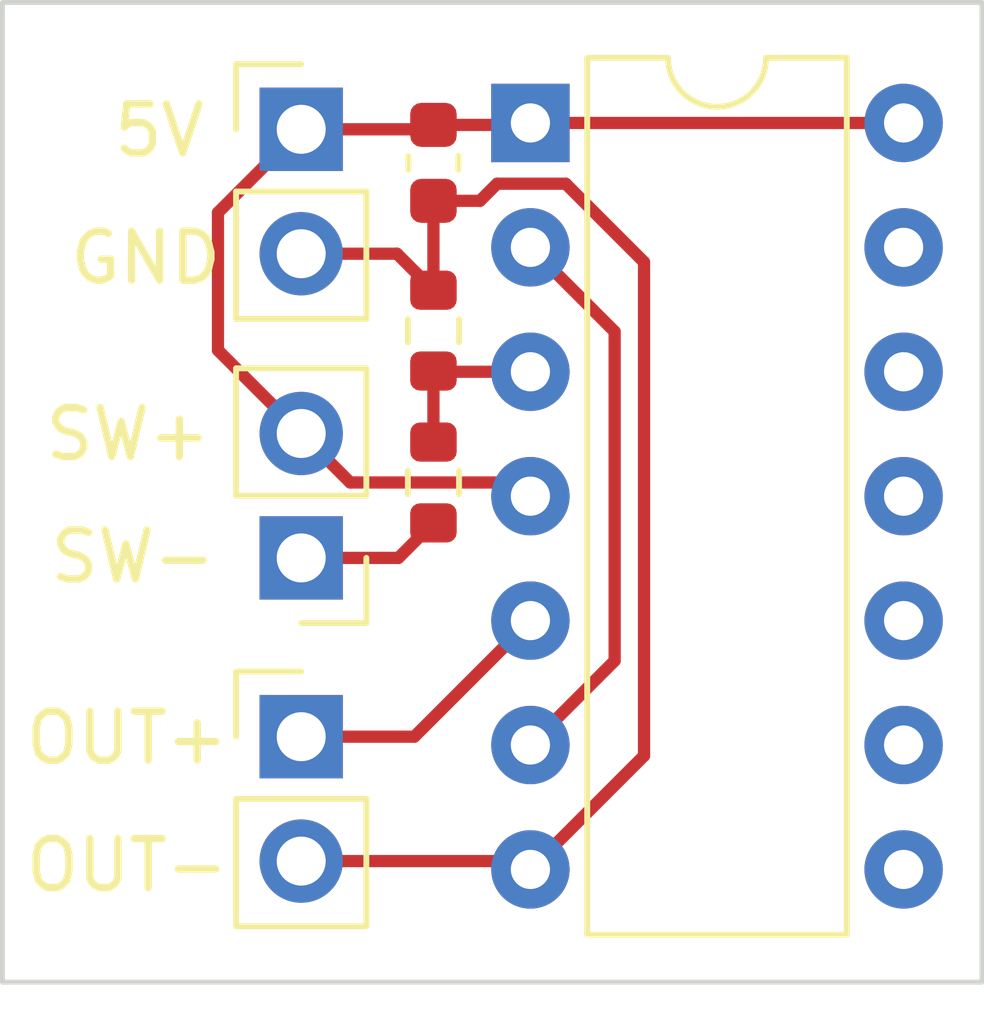
<source format=kicad_pcb>
(kicad_pcb (version 20221018) (generator pcbnew)
  (layers (0 "F.Cu" signal) (31 "B.Cu" signal) (34 "B.Paste" user) (35 "F.Paste" user) (36 "B.SilkS" user "B.Silkscreen") (37 "F.SilkS" user "F.Silkscreen") (38 "B.Mask" user) (39 "F.Mask" user) (44 "Edge.Cuts" user))
  (net 0 "")
  (net 1 "Net-(J1-Pin_1)")
  (net 2 "GND")
  (net 3 "+5V")
  (net 4 "Net-(J3-Pin_1)")
  (net 5 "Net-(U1A-C)")
  (net 6 "Net-(U1A-D)")
  (footprint "Capacitor_SMD:C_0603_1608Metric" (layer "F.Cu") (at 110.4 59.775 -90)
    (fp_text reference "C1" hide)
    (fp_text value "100n")
    (fp_line (start -0.14058 -0.51) (end 0.14058 -0.51) (stroke (width 0.12)) (layer "F.SilkS"))
    (fp_line (start -0.14058 0.51) (end 0.14058 0.51) (stroke (width 0.12)) (layer "F.SilkS"))
    (pad "1" smd roundrect (at -0.775 0 270) (size 0.9 0.95) (layers "F.Cu" "F.Paste" "F.Mask") (net 3 "+5V"))
    (pad "2" smd roundrect (at 0.775 0 270) (size 0.9 0.95) (layers "F.Cu" "F.Paste" "F.Mask") (net 2 "GND"))
  )
  (footprint "Connector_PinHeader_2.54mm:PinHeader_1x02_P2.54mm_Vertical" (layer "F.Cu") (at 107.7 67.84 180)
    (fp_text reference "J3" hide)
    (fp_text value "Conn_01x02")
    (fp_line (start -1.33 -1.33) (end 0 -1.33) (stroke (width 0.12)) (layer "F.SilkS"))
    (fp_line (start -1.33 0) (end -1.33 -1.33) (stroke (width 0.12)) (layer "F.SilkS"))
    (fp_line (start -1.33 1.27) (end -1.33 3.87) (stroke (width 0.12)) (layer "F.SilkS"))
    (fp_line (start -1.33 1.27) (end 1.33 1.27) (stroke (width 0.12)) (layer "F.SilkS"))
    (fp_line (start -1.33 3.87) (end 1.33 3.87) (stroke (width 0.12)) (layer "F.SilkS"))
    (fp_line (start 1.33 1.27) (end 1.33 3.87) (stroke (width 0.12)) (layer "F.SilkS"))
    (pad "1" thru_hole rect (at 0 0 180) (size 1.7 1.7) (drill 1) (layers "*.Cu" "*.Mask") (net 4 "Net-(J3-Pin_1)"))
    (pad "2" thru_hole oval (at 0 2.54 180) (size 1.7 1.7) (drill 1) (layers "*.Cu" "*.Mask") (net 3 "+5V"))
  )
  (footprint "Resistor_SMD:R_0603_1608Metric" (layer "F.Cu") (at 110.4 63.2 90)
    (fp_text reference "R1" hide)
    (fp_text value "10k")
    (fp_line (start -0.237258 -0.5225) (end 0.237258 -0.5225) (stroke (width 0.12)) (layer "F.SilkS"))
    (fp_line (start -0.237258 0.5225) (end 0.237258 0.5225) (stroke (width 0.12)) (layer "F.SilkS"))
    (pad "1" smd roundrect (at -0.825 0 90) (size 0.8 0.95) (layers "F.Cu" "F.Paste" "F.Mask") (net 5 "Net-(U1A-C)"))
    (pad "2" smd roundrect (at 0.825 0 90) (size 0.8 0.95) (layers "F.Cu" "F.Paste" "F.Mask") (net 2 "GND"))
  )
  (footprint "Resistor_SMD:R_0603_1608Metric" (layer "F.Cu") (at 110.4 66.3 90)
    (fp_text reference "R2" hide)
    (fp_text value "10k")
    (fp_line (start -0.237258 -0.5225) (end 0.237258 -0.5225) (stroke (width 0.12)) (layer "F.SilkS"))
    (fp_line (start -0.237258 0.5225) (end 0.237258 0.5225) (stroke (width 0.12)) (layer "F.SilkS"))
    (pad "1" smd roundrect (at -0.825 0 90) (size 0.8 0.95) (layers "F.Cu" "F.Paste" "F.Mask") (net 4 "Net-(J3-Pin_1)"))
    (pad "2" smd roundrect (at 0.825 0 90) (size 0.8 0.95) (layers "F.Cu" "F.Paste" "F.Mask") (net 5 "Net-(U1A-C)"))
  )
  (footprint "Connector_PinHeader_2.54mm:PinHeader_1x02_P2.54mm_Vertical" (layer "F.Cu") (at 107.7 59.09)
    (fp_text reference "J2" hide)
    (fp_text value "Conn_01x02")
    (fp_line (start -1.33 -1.33) (end 0 -1.33) (stroke (width 0.12)) (layer "F.SilkS"))
    (fp_line (start -1.33 0) (end -1.33 -1.33) (stroke (width 0.12)) (layer "F.SilkS"))
    (fp_line (start -1.33 1.27) (end -1.33 3.87) (stroke (width 0.12)) (layer "F.SilkS"))
    (fp_line (start -1.33 1.27) (end 1.33 1.27) (stroke (width 0.12)) (layer "F.SilkS"))
    (fp_line (start -1.33 3.87) (end 1.33 3.87) (stroke (width 0.12)) (layer "F.SilkS"))
    (fp_line (start 1.33 1.27) (end 1.33 3.87) (stroke (width 0.12)) (layer "F.SilkS"))
    (pad "1" thru_hole rect (at 0 0) (size 1.7 1.7) (drill 1) (layers "*.Cu" "*.Mask") (net 3 "+5V"))
    (pad "2" thru_hole oval (at 0 2.54) (size 1.7 1.7) (drill 1) (layers "*.Cu" "*.Mask") (net 2 "GND"))
  )
  (footprint "Package_DIP:DIP-14_W7.62mm" (layer "F.Cu") (at 112.38 58.96)
    (fp_text reference "U1" hide)
    (fp_text value "74HC74")
    (fp_line (start 1.16 -1.33) (end 1.16 16.57) (stroke (width 0.12)) (layer "F.SilkS"))
    (fp_line (start 1.16 16.57) (end 6.46 16.57) (stroke (width 0.12)) (layer "F.SilkS"))
    (fp_line (start 2.81 -1.33) (end 1.16 -1.33) (stroke (width 0.12)) (layer "F.SilkS"))
    (fp_line (start 6.46 -1.33) (end 4.81 -1.33) (stroke (width 0.12)) (layer "F.SilkS"))
    (fp_line (start 6.46 16.57) (end 6.46 -1.33) (stroke (width 0.12)) (layer "F.SilkS"))
    (fp_arc (start 4.81 -1.33) (mid 3.81 -0.33) (end 2.81 -1.33) (stroke (width 0.12)) (layer "F.SilkS"))
    (pad "1" thru_hole rect (at 0 0) (size 1.6 1.6) (drill 0.8) (layers "*.Cu" "*.Mask") (net 3 "+5V"))
    (pad "2" thru_hole oval (at 0 2.54) (size 1.6 1.6) (drill 0.8) (layers "*.Cu" "*.Mask") (net 6 "Net-(U1A-D)"))
    (pad "3" thru_hole oval (at 0 5.08) (size 1.6 1.6) (drill 0.8) (layers "*.Cu" "*.Mask") (net 5 "Net-(U1A-C)"))
    (pad "4" thru_hole oval (at 0 7.62) (size 1.6 1.6) (drill 0.8) (layers "*.Cu" "*.Mask") (net 3 "+5V"))
    (pad "5" thru_hole oval (at 0 10.16) (size 1.6 1.6) (drill 0.8) (layers "*.Cu" "*.Mask") (net 1 "Net-(J1-Pin_1)"))
    (pad "6" thru_hole oval (at 0 12.7) (size 1.6 1.6) (drill 0.8) (layers "*.Cu" "*.Mask") (net 6 "Net-(U1A-D)"))
    (pad "7" thru_hole oval (at 0 15.24) (size 1.6 1.6) (drill 0.8) (layers "*.Cu" "*.Mask") (net 2 "GND"))
    (pad "8" thru_hole oval (at 7.62 15.24) (size 1.6 1.6) (drill 0.8) (layers "*.Cu" "*.Mask"))
    (pad "9" thru_hole oval (at 7.62 12.7) (size 1.6 1.6) (drill 0.8) (layers "*.Cu" "*.Mask"))
    (pad "10" thru_hole oval (at 7.62 10.16) (size 1.6 1.6) (drill 0.8) (layers "*.Cu" "*.Mask"))
    (pad "11" thru_hole oval (at 7.62 7.62) (size 1.6 1.6) (drill 0.8) (layers "*.Cu" "*.Mask"))
    (pad "12" thru_hole oval (at 7.62 5.08) (size 1.6 1.6) (drill 0.8) (layers "*.Cu" "*.Mask"))
    (pad "13" thru_hole oval (at 7.62 2.54) (size 1.6 1.6) (drill 0.8) (layers "*.Cu" "*.Mask"))
    (pad "14" thru_hole oval (at 7.62 0) (size 1.6 1.6) (drill 0.8) (layers "*.Cu" "*.Mask") (net 3 "+5V"))
  )
  (footprint "Connector_PinHeader_2.54mm:PinHeader_1x02_P2.54mm_Vertical" (layer "F.Cu") (at 107.7 71.49)
    (fp_text reference "J1" hide)
    (fp_text value "Conn_01x02")
    (fp_line (start -1.33 -1.33) (end 0 -1.33) (stroke (width 0.12)) (layer "F.SilkS"))
    (fp_line (start -1.33 0) (end -1.33 -1.33) (stroke (width 0.12)) (layer "F.SilkS"))
    (fp_line (start -1.33 1.27) (end -1.33 3.87) (stroke (width 0.12)) (layer "F.SilkS"))
    (fp_line (start -1.33 1.27) (end 1.33 1.27) (stroke (width 0.12)) (layer "F.SilkS"))
    (fp_line (start -1.33 3.87) (end 1.33 3.87) (stroke (width 0.12)) (layer "F.SilkS"))
    (fp_line (start 1.33 1.27) (end 1.33 3.87) (stroke (width 0.12)) (layer "F.SilkS"))
    (pad "1" thru_hole rect (at 0 0) (size 1.7 1.7) (drill 1) (layers "*.Cu" "*.Mask") (net 1 "Net-(J1-Pin_1)"))
    (pad "2" thru_hole oval (at 0 2.54) (size 1.7 1.7) (drill 1) (layers "*.Cu" "*.Mask") (net 2 "GND"))
  )
  (gr_rect (start 101.6 56.5) (end 121.6 76.5) (stroke (width 0.1)) (fill none) (layer "Edge.Cuts"))
  (gr_text "GND" (at 102.9 62.3) (layer "F.SilkS") (effects (font (size 1 1)) (justify left bottom)))
  (gr_text "5V" (at 103.8 59.7) (layer "F.SilkS") (effects (font (size 1 1)) (justify left bottom)))
  (gr_text "SW-" (at 102.5 68.4) (layer "F.SilkS") (effects (font (size 1 1)) (justify left bottom)))
  (gr_text "SW+" (at 102.4 65.9) (layer "F.SilkS") (effects (font (size 1 1)) (justify left bottom)))
  (gr_text "OUT-" (at 102 74.7) (layer "F.SilkS") (effects (font (size 1 1)) (justify left bottom)))
  (gr_text "OUT+" (at 102 72.1) (layer "F.SilkS") (effects (font (size 1 1)) (justify left bottom)))
  (segment (start 107.7 71.49) (end 110.01 71.49) (width 0.25) (layer "F.Cu") (net 1))
  (segment (start 110.01 71.49) (end 112.38 69.12) (width 0.25) (layer "F.Cu") (net 1))
  (segment (start 107.7 74.03) (end 112.21 74.03) (width 0.25) (layer "F.Cu") (net 2))
  (segment (start 107.7 61.63) (end 109.655 61.63) (width 0.25) (layer "F.Cu") (net 2))
  (segment (start 114.7 61.8) (end 113.1 60.2) (width 0.25) (layer "F.Cu") (net 2))
  (segment (start 114.7 71.88) (end 114.7 61.8) (width 0.25) (layer "F.Cu") (net 2))
  (segment (start 113.1 60.2) (end 111.7 60.2) (width 0.25) (layer "F.Cu") (net 2))
  (segment (start 110.4 60.55) (end 110.4 62.375) (width 0.25) (layer "F.Cu") (net 2))
  (segment (start 112.38 74.2) (end 114.7 71.88) (width 0.25) (layer "F.Cu") (net 2))
  (segment (start 111.7 60.2) (end 111.35 60.55) (width 0.25) (layer "F.Cu") (net 2))
  (segment (start 112.21 74.03) (end 112.38 74.2) (width 0.25) (layer "F.Cu") (net 2))
  (segment (start 111.35 60.55) (end 110.4 60.55) (width 0.25) (layer "F.Cu") (net 2))
  (segment (start 109.655 61.63) (end 110.4 62.375) (width 0.25) (layer "F.Cu") (net 2))
  (segment (start 110.31 59.09) (end 110.4 59) (width 0.25) (layer "F.Cu") (net 3))
  (segment (start 106 63.6) (end 106 60.79) (width 0.25) (layer "F.Cu") (net 3))
  (segment (start 120 58.96) (end 112.38 58.96) (width 0.25) (layer "F.Cu") (net 3))
  (segment (start 107.7 65.3) (end 108.7 66.3) (width 0.25) (layer "F.Cu") (net 3))
  (segment (start 112.1 66.3) (end 112.38 66.58) (width 0.25) (layer "F.Cu") (net 3))
  (segment (start 107.83 58.96) (end 107.7 59.09) (width 0.25) (layer "F.Cu") (net 3))
  (segment (start 108.7 66.3) (end 112.1 66.3) (width 0.25) (layer "F.Cu") (net 3))
  (segment (start 107.7 65.3) (end 106 63.6) (width 0.25) (layer "F.Cu") (net 3))
  (segment (start 107.7 59.09) (end 110.31 59.09) (width 0.25) (layer "F.Cu") (net 3))
  (segment (start 110.4 59) (end 112.34 59) (width 0.25) (layer "F.Cu") (net 3))
  (segment (start 112.34 59) (end 112.38 58.96) (width 0.25) (layer "F.Cu") (net 3))
  (segment (start 106 60.79) (end 107.7 59.09) (width 0.25) (layer "F.Cu") (net 3))
  (segment (start 107.7 67.84) (end 109.685 67.84) (width 0.25) (layer "F.Cu") (net 4))
  (segment (start 109.685 67.84) (end 110.4 67.125) (width 0.25) (layer "F.Cu") (net 4))
  (segment (start 112.38 64.04) (end 110.415 64.04) (width 0.25) (layer "F.Cu") (net 5))
  (segment (start 110.4 64.025) (end 110.4 65.475) (width 0.25) (layer "F.Cu") (net 5))
  (segment (start 110.415 64.04) (end 110.4 64.025) (width 0.25) (layer "F.Cu") (net 5))
  (segment (start 112.38 61.5) (end 114.1 63.22) (width 0.25) (layer "F.Cu") (net 6))
  (segment (start 114.1 63.22) (end 114.1 69.94) (width 0.25) (layer "F.Cu") (net 6))
  (segment (start 114.1 69.94) (end 112.38 71.66) (width 0.25) (layer "F.Cu") (net 6))
)
</source>
